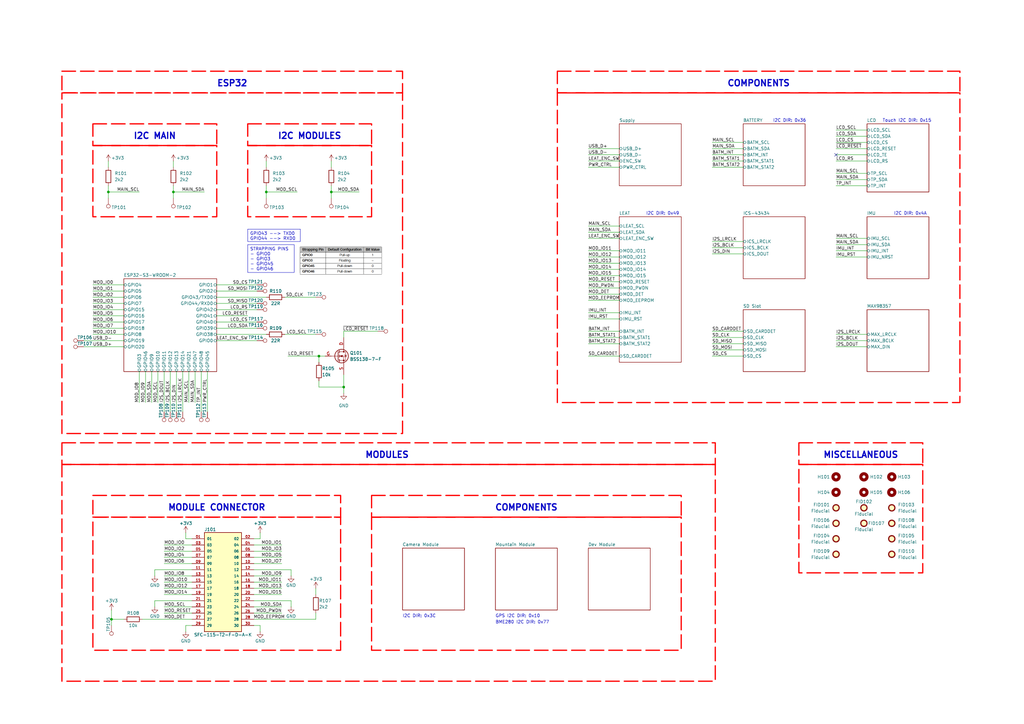
<source format=kicad_sch>
(kicad_sch (version 20231120) (generator "eeschema") (generator_version "8.0")
  (paper "A3")
  (title_block (title "Block Diagram") (date "2024-04-09") (company "MQuero"))
  (lib_symbols
    (symbol "Connector:TestPoint" (pin_numbers hide) (pin_names (offset 0.762) hide)
      (property "Reference" "TP" (at 0 6.858 0))
      (property "Value" "TestPoint" (at 0 5.08 0))
      (symbol "TestPoint_0_1"
        (circle (center 0 3.302) (radius 0.762))
      )
      (symbol "TestPoint_1_1"
        (pin passive line (at 0 0 90) (length 2.54) (name "1") (number "1"))
      )
    )
    (symbol "Device:R" (pin_numbers hide) (pin_names (offset 0))
      (property "Reference" "R" (at 2.032 0 90))
      (property "Value" "R" (at 0 0 90))
      (symbol "R_0_1"
        (rectangle (start -1.016 -2.54) (end 1.016 2.54) (stroke (width 0.254)))
      )
      (symbol "R_1_1"
        (pin passive line (at 0 3.81 270) (length 1.27) (name "~") (number "1"))
        (pin passive line (at 0 -3.81 90) (length 1.27) (name "~") (number "2"))
      )
    )
    (symbol "Mechanical:Fiducial" (exclude_from_sim yes) (in_bom no)
      (property "Reference" "FID" (at 0 5.08 0))
      (property "Value" "Fiducial" (at 0 3.175 0))
      (symbol "Fiducial_0_1"
        (circle (center 0 0) (radius 1.27) (stroke (width 0.508)) (fill (type background)))
      )
    )
    (symbol "Mechanical:MountingHole" (pin_names (offset 1.016)) (exclude_from_sim yes) (in_bom no)
      (property "Reference" "H" (at 0 5.08 0))
      (property "Value" "MountingHole" (at 0 3.175 0))
      (symbol "MountingHole_0_1"
        (circle (center 0 0) (radius 1.27) (stroke (width 1.27)))
      )
    )
    (symbol "TFG:BSS138-7-F" (pin_names hide)
      (property "Reference" "Q" (at 3.81 1.27 0))
      (property "Value" "BSS138-7-F" (at 3.81 -1.27 0))
      (symbol "BSS138-7-F_0_1"
        (polyline (pts (xy 1.27 2.54) (xy 1.27 1.905)))
      )
      (symbol "BSS138-7-F_1_1"
        (polyline (pts (xy -3.81 0) (xy -1.016 0)))
        (polyline (pts (xy -1.016 1.905) (xy -1.016 -1.905)) (stroke (width 0.254)))
        (polyline (pts (xy -0.508 -1.27) (xy -0.508 -2.286)) (stroke (width 0.254)))
        (polyline (pts (xy -0.508 0.508) (xy -0.508 -0.508)) (stroke (width 0.254)))
        (polyline (pts (xy -0.508 2.286) (xy -0.508 1.27)) (stroke (width 0.254)))
        (polyline (pts (xy 1.27 -2.54) (xy 1.27 0) (xy -0.508 0)))
        (polyline (pts (xy -0.508 -1.778) (xy 2.032 -1.778) (xy 2.032 1.778) (xy -0.508 1.778)))
        (polyline (pts (xy -0.254 0) (xy 0.762 0.381) (xy 0.762 -0.381) (xy -0.254 0)) (fill (type outline)))
        (polyline (pts (xy 1.524 0.508) (xy 1.651 0.381) (xy 2.413 0.381) (xy 2.54 0.254)))
        (polyline (pts (xy 2.032 0.381) (xy 1.651 -0.254) (xy 2.413 -0.254) (xy 2.032 0.381)))
        (circle (center 0.381 0) (radius 2.794) (stroke (width 0.254)))
        (circle (center 1.27 -1.778) (radius 0.254) (fill (type outline)))
        (circle (center 1.27 1.778) (radius 0.254) (fill (type outline)))
        (pin unspecified line (at 1.27 7.62 270) (length 5.08) (name "~") (number "D"))
        (pin unspecified line (at -6.35 0 0) (length 2.54) (name "~") (number "G"))
        (pin unspecified line (at 1.27 -7.62 90) (length 5.08) (name "~") (number "S"))
      )
    )
    (symbol "TFG:SFC-115-T2-F-D-A-K" (pin_names (offset 1.016))
      (property "Reference" "J" (at 0 1.27 0))
      (property "Value" "SFC-115-T2-F-D-A-K" (at 0 -41.91 0))
      (symbol "SFC-115-T2-F-D-A-K_0_0"
        (rectangle (start 0 0) (end 15.24 -40.64) (stroke (width 0.254)) (fill (type background)))
        (pin unspecified line (at -5.08 -2.54 0) (length 5.08) (name "01") (number "01"))
        (pin unspecified line (at 20.32 -2.54 180) (length 5.08) (name "02") (number "02"))
        (pin unspecified line (at -5.08 -5.08 0) (length 5.08) (name "03") (number "03"))
        (pin unspecified line (at 20.32 -5.08 180) (length 5.08) (name "04") (number "04"))
        (pin unspecified line (at -5.08 -7.62 0) (length 5.08) (name "05") (number "05"))
        (pin unspecified line (at 20.32 -7.62 180) (length 5.08) (name "06") (number "06"))
        (pin unspecified line (at -5.08 -10.16 0) (length 5.08) (name "07") (number "07"))
        (pin unspecified line (at 20.32 -10.16 180) (length 5.08) (name "08") (number "08"))
        (pin unspecified line (at -5.08 -12.7 0) (length 5.08) (name "09") (number "09"))
        (pin unspecified line (at 20.32 -12.7 180) (length 5.08) (name "10") (number "10"))
        (pin unspecified line (at -5.08 -15.24 0) (length 5.08) (name "11") (number "11"))
        (pin unspecified line (at 20.32 -15.24 180) (length 5.08) (name "12") (number "12"))
        (pin unspecified line (at -5.08 -17.78 0) (length 5.08) (name "13") (number "13"))
        (pin unspecified line (at 20.32 -17.78 180) (length 5.08) (name "14") (number "14"))
        (pin unspecified line (at -5.08 -20.32 0) (length 5.08) (name "15") (number "15"))
        (pin unspecified line (at 20.32 -20.32 180) (length 5.08) (name "16") (number "16"))
        (pin unspecified line (at -5.08 -22.86 0) (length 5.08) (name "17") (number "17"))
        (pin unspecified line (at 20.32 -22.86 180) (length 5.08) (name "18") (number "18"))
        (pin unspecified line (at -5.08 -25.4 0) (length 5.08) (name "19") (number "19"))
        (pin unspecified line (at 20.32 -25.4 180) (length 5.08) (name "20") (number "20"))
        (pin unspecified line (at -5.08 -27.94 0) (length 5.08) (name "21") (number "21"))
        (pin unspecified line (at 20.32 -27.94 180) (length 5.08) (name "22") (number "22"))
        (pin unspecified line (at -5.08 -30.48 0) (length 5.08) (name "23") (number "23"))
        (pin unspecified line (at 20.32 -30.48 180) (length 5.08) (name "24") (number "24"))
        (pin unspecified line (at -5.08 -33.02 0) (length 5.08) (name "25") (number "25"))
        (pin unspecified line (at 20.32 -33.02 180) (length 5.08) (name "26") (number "26"))
        (pin unspecified line (at -5.08 -35.56 0) (length 5.08) (name "27") (number "27"))
        (pin unspecified line (at 20.32 -35.56 180) (length 5.08) (name "28") (number "28"))
        (pin unspecified line (at -5.08 -38.1 0) (length 5.08) (name "29") (number "29"))
        (pin unspecified line (at 20.32 -38.1 180) (length 5.08) (name "30") (number "30"))
      )
    )
    (symbol "power:+3V3" (power) (pin_numbers hide) (pin_names (offset 0) hide)
      (property "Value" "+3V3" (at 0 3.556 0))
      (symbol "+3V3_0_1"
        (polyline (pts (xy -0.762 1.27) (xy 0 2.54)))
        (polyline (pts (xy 0 0) (xy 0 2.54)))
        (polyline (pts (xy 0 2.54) (xy 0.762 1.27)))
      )
      (symbol "+3V3_1_1"
        (pin power_in line (at 0 0 90) (length 0) (name "~") (number "1"))
      )
    )
    (symbol "power:GND" (power) (pin_numbers hide) (pin_names (offset 0) hide)
      (property "Value" "GND" (at 0 -3.81 0))
      (symbol "GND_0_1"
        (polyline (pts (xy 0 0) (xy 0 -1.27) (xy 1.27 -1.27) (xy 0 -2.54) (xy -1.27 -1.27) (xy 0 -1.27)))
      )
      (symbol "GND_1_1"
        (pin power_in line (at 0 0 270) (length 0) (name "~") (number "1"))
      )
    )
  )
  (junction (at 135.89 78.74))
  (junction (at 44.45 78.74))
  (junction (at 71.12 78.74))
  (junction (at 140.97 158.75))
  (junction (at 45.72 254))
  (junction (at 109.22 78.74))
  (junction (at 130.81 146.05))
  (no_connect (at 342.9 63.5))
  (wire (pts (xy 88.9 139.7) (xy 105.41 139.7)))
  (wire (pts (xy 59.69 152.4) (xy 59.69 165.1)))
  (wire (pts (xy 104.14 231.14) (xy 115.57 231.14)))
  (wire (pts (xy 67.31 152.4) (xy 67.31 168.91)))
  (wire (pts (xy 45.72 250.19) (xy 45.72 254)))
  (wire (pts (xy 50.8 132.08) (xy 38.1 132.08)))
  (wire (pts (xy 80.01 152.4) (xy 80.01 165.1)))
  (wire (pts (xy 241.3 130.81) (xy 254 130.81)))
  (wire (pts (xy 76.2 220.98) (xy 78.74 220.98)))
  (wire (pts (xy 130.81 158.75) (xy 140.97 158.75)))
  (wire (pts (xy 88.9 121.92) (xy 109.22 121.92)))
  (wire (pts (xy 109.22 76.2) (xy 109.22 78.74)))
  (wire (pts (xy 241.3 107.95) (xy 254 107.95)))
  (wire (pts (xy 44.45 66.04) (xy 44.45 68.58)))
  (wire (pts (xy 140.97 161.29) (xy 140.97 158.75)))
  (wire (pts (xy 34.29 142.24) (xy 50.8 142.24)))
  (wire (pts (xy 74.93 152.4) (xy 74.93 168.91)))
  (wire (pts (xy 71.12 81.28) (xy 71.12 78.74)))
  (wire (pts (xy 78.74 241.3) (xy 67.31 241.3)))
  (wire (pts (xy 104.14 246.38) (xy 119.38 246.38)))
  (wire (pts (xy 292.1 146.05) (xy 304.8 146.05)))
  (wire (pts (xy 88.9 127) (xy 105.41 127)))
  (wire (pts (xy 241.3 95.25) (xy 254 95.25)))
  (wire (pts (xy 241.3 146.05) (xy 254 146.05)))
  (wire (pts (xy 76.2 218.44) (xy 76.2 220.98)))
  (wire (pts (xy 63.5 233.68) (xy 63.5 236.22)))
  (wire (pts (xy 88.9 116.84) (xy 105.41 116.84)))
  (wire (pts (xy 140.97 138.43) (xy 140.97 135.89)))
  (wire (pts (xy 241.3 92.71) (xy 254 92.71)))
  (wire (pts (xy 342.9 66.04) (xy 355.6 66.04)))
  (wire (pts (xy 130.81 146.05) (xy 130.81 148.59)))
  (wire (pts (xy 88.9 132.08) (xy 105.41 132.08)))
  (wire (pts (xy 50.8 119.38) (xy 38.1 119.38)))
  (wire (pts (xy 292.1 104.14) (xy 304.8 104.14)))
  (wire (pts (xy 241.3 63.5) (xy 254 63.5)))
  (wire (pts (xy 45.72 254) (xy 45.72 256.54)))
  (wire (pts (xy 116.84 121.92) (xy 129.54 121.92)))
  (wire (pts (xy 88.9 119.38) (xy 105.41 119.38)))
  (wire (pts (xy 76.2 256.54) (xy 76.2 259.08)))
  (wire (pts (xy 44.45 81.28) (xy 44.45 78.74)))
  (wire (pts (xy 342.9 137.16) (xy 355.6 137.16)))
  (wire (pts (xy 241.3 105.41) (xy 254 105.41)))
  (wire (pts (xy 78.74 236.22) (xy 67.31 236.22)))
  (wire (pts (xy 78.74 243.84) (xy 67.31 243.84)))
  (wire (pts (xy 116.84 137.16) (xy 129.54 137.16)))
  (wire (pts (xy 129.54 254) (xy 129.54 251.46)))
  (wire (pts (xy 50.8 137.16) (xy 38.1 137.16)))
  (wire (pts (xy 342.9 105.41) (xy 355.6 105.41)))
  (wire (pts (xy 44.45 76.2) (xy 44.45 78.74)))
  (wire (pts (xy 82.55 152.4) (xy 82.55 168.91)))
  (wire (pts (xy 241.3 68.58) (xy 254 68.58)))
  (wire (pts (xy 241.3 102.87) (xy 254 102.87)))
  (wire (pts (xy 78.74 228.6) (xy 67.31 228.6)))
  (wire (pts (xy 292.1 138.43) (xy 304.8 138.43)))
  (wire (pts (xy 342.9 55.88) (xy 355.6 55.88)))
  (wire (pts (xy 71.12 66.04) (xy 71.12 68.58)))
  (wire (pts (xy 88.9 134.62) (xy 105.41 134.62)))
  (wire (pts (xy 119.38 233.68) (xy 119.38 236.22)))
  (wire (pts (xy 292.1 143.51) (xy 304.8 143.51)))
  (wire (pts (xy 292.1 66.04) (xy 304.8 66.04)))
  (wire (pts (xy 88.9 137.16) (xy 109.22 137.16)))
  (wire (pts (xy 342.9 58.42) (xy 355.6 58.42)))
  (wire (pts (xy 292.1 101.6) (xy 304.8 101.6)))
  (wire (pts (xy 64.77 152.4) (xy 64.77 165.1)))
  (wire (pts (xy 342.9 102.87) (xy 355.6 102.87)))
  (wire (pts (xy 129.54 241.3) (xy 129.54 243.84)))
  (wire (pts (xy 342.9 142.24) (xy 355.6 142.24)))
  (wire (pts (xy 106.68 218.44) (xy 106.68 220.98)))
  (wire (pts (xy 292.1 60.96) (xy 304.8 60.96)))
  (wire (pts (xy 104.14 228.6) (xy 115.57 228.6)))
  (wire (pts (xy 69.85 152.4) (xy 69.85 168.91)))
  (wire (pts (xy 342.9 97.79) (xy 355.6 97.79)))
  (wire (pts (xy 78.74 233.68) (xy 63.5 233.68)))
  (wire (pts (xy 104.14 236.22) (xy 115.57 236.22)))
  (wire (pts (xy 50.8 116.84) (xy 38.1 116.84)))
  (wire (pts (xy 342.9 60.96) (xy 355.6 60.96)))
  (wire (pts (xy 78.74 238.76) (xy 67.31 238.76)))
  (wire (pts (xy 109.22 78.74) (xy 121.92 78.74)))
  (wire (pts (xy 135.89 78.74) (xy 135.89 76.2)))
  (wire (pts (xy 130.81 146.05) (xy 133.35 146.05)))
  (wire (pts (xy 88.9 129.54) (xy 101.6 129.54)))
  (wire (pts (xy 50.8 124.46) (xy 38.1 124.46)))
  (wire (pts (xy 241.3 135.89) (xy 254 135.89)))
  (wire (pts (xy 241.3 110.49) (xy 254 110.49)))
  (wire (pts (xy 241.3 66.04) (xy 254 66.04)))
  (wire (pts (xy 292.1 135.89) (xy 304.8 135.89)))
  (wire (pts (xy 254 115.57) (xy 241.3 115.57)))
  (wire (pts (xy 342.9 139.7) (xy 355.6 139.7)))
  (wire (pts (xy 241.3 140.97) (xy 254 140.97)))
  (wire (pts (xy 342.9 71.12) (xy 355.6 71.12)))
  (wire (pts (xy 254 118.11) (xy 241.3 118.11)))
  (wire (pts (xy 63.5 246.38) (xy 63.5 248.92)))
  (wire (pts (xy 109.22 81.28) (xy 109.22 78.74)))
  (wire (pts (xy 34.29 139.7) (xy 50.8 139.7)))
  (wire (pts (xy 292.1 99.06) (xy 304.8 99.06)))
  (wire (pts (xy 71.12 76.2) (xy 71.12 78.74)))
  (wire (pts (xy 88.9 124.46) (xy 105.41 124.46)))
  (wire (pts (xy 118.11 146.05) (xy 130.81 146.05)))
  (wire (pts (xy 342.9 63.5) (xy 355.6 63.5)))
  (wire (pts (xy 241.3 113.03) (xy 254 113.03)))
  (wire (pts (xy 292.1 140.97) (xy 304.8 140.97)))
  (wire (pts (xy 44.45 78.74) (xy 57.15 78.74)))
  (wire (pts (xy 50.8 127) (xy 38.1 127)))
  (wire (pts (xy 135.89 81.28) (xy 135.89 78.74)))
  (wire (pts (xy 78.74 248.92) (xy 67.31 248.92)))
  (wire (pts (xy 106.68 256.54) (xy 106.68 259.08)))
  (wire (pts (xy 292.1 58.42) (xy 304.8 58.42)))
  (wire (pts (xy 78.74 223.52) (xy 67.31 223.52)))
  (wire (pts (xy 241.3 138.43) (xy 254 138.43)))
  (wire (pts (xy 50.8 254) (xy 45.72 254)))
  (wire (pts (xy 104.14 233.68) (xy 119.38 233.68)))
  (wire (pts (xy 50.8 134.62) (xy 38.1 134.62)))
  (wire (pts (xy 62.23 152.4) (xy 62.23 165.1)))
  (wire (pts (xy 292.1 68.58) (xy 304.8 68.58)))
  (wire (pts (xy 57.15 152.4) (xy 57.15 165.1)))
  (wire (pts (xy 135.89 78.74) (xy 147.32 78.74)))
  (wire (pts (xy 58.42 254) (xy 78.74 254)))
  (wire (pts (xy 109.22 66.04) (xy 109.22 68.58)))
  (wire (pts (xy 85.09 152.4) (xy 85.09 168.91)))
  (wire (pts (xy 342.9 76.2) (xy 355.6 76.2)))
  (wire (pts (xy 342.9 53.34) (xy 355.6 53.34)))
  (wire (pts (xy 104.14 254) (xy 129.54 254)))
  (wire (pts (xy 292.1 63.5) (xy 304.8 63.5)))
  (wire (pts (xy 342.9 100.33) (xy 355.6 100.33)))
  (wire (pts (xy 78.74 226.06) (xy 67.31 226.06)))
  (wire (pts (xy 119.38 246.38) (xy 119.38 248.92)))
  (wire (pts (xy 241.3 60.96) (xy 254 60.96)))
  (wire (pts (xy 241.3 97.79) (xy 254 97.79)))
  (wire (pts (xy 241.3 123.19) (xy 254 123.19)))
  (wire (pts (xy 104.14 241.3) (xy 115.57 241.3)))
  (wire (pts (xy 50.8 129.54) (xy 38.1 129.54)))
  (wire (pts (xy 241.3 120.65) (xy 254 120.65)))
  (wire (pts (xy 72.39 152.4) (xy 72.39 168.91)))
  (wire (pts (xy 104.14 223.52) (xy 115.57 223.52)))
  (wire (pts (xy 135.89 66.04) (xy 135.89 68.58)))
  (wire (pts (xy 78.74 246.38) (xy 63.5 246.38)))
  (wire (pts (xy 104.14 243.84) (xy 115.57 243.84)))
  (wire (pts (xy 77.47 152.4) (xy 77.47 165.1)))
  (wire (pts (xy 104.14 248.92) (xy 115.57 248.92)))
  (wire (pts (xy 104.14 226.06) (xy 115.57 226.06)))
  (wire (pts (xy 76.2 256.54) (xy 78.74 256.54)))
  (wire (pts (xy 78.74 231.14) (xy 67.31 231.14)))
  (wire (pts (xy 106.68 256.54) (xy 104.14 256.54)))
  (wire (pts (xy 104.14 238.76) (xy 115.57 238.76)))
  (wire (pts (xy 115.57 251.46) (xy 104.14 251.46)))
  (wire (pts (xy 140.97 153.67) (xy 140.97 158.75)))
  (wire (pts (xy 241.3 128.27) (xy 254 128.27)))
  (wire (pts (xy 71.12 78.74) (xy 83.82 78.74)))
  (wire (pts (xy 130.81 156.21) (xy 130.81 158.75)))
  (wire (pts (xy 140.97 135.89) (xy 154.94 135.89)))
  (wire (pts (xy 50.8 121.92) (xy 38.1 121.92)))
  (wire (pts (xy 342.9 73.66) (xy 355.6 73.66)))
  (wire (pts (xy 67.31 251.46) (xy 78.74 251.46)))
  (wire (pts (xy 106.68 220.98) (xy 104.14 220.98)))
  (rectangle (start 25.4 38.1) (end 165.1 177.8) (stroke (width 0.508) (type dash) (color 255 0 0 1)))
  (rectangle (start 228.6 38.1) (end 393.7 165.1) (stroke (width 0.508) (type dash) (color 255 0 0 1)))
  (rectangle (start 152.4 203.2) (end 279.4 212.09) (stroke (width 0.508) (type dash) (color 255 0 0 1)))
  (rectangle (start 25.4 190.5) (end 293.37 279.4) (stroke (width 0.508) (type dash) (color 255 0 0 1)))
  (rectangle (start 25.4 181.61) (end 293.37 190.5) (stroke (width 0.508) (type dash) (color 255 0 0 1)))
  (rectangle (start 38.1 203.2) (end 139.7 212.09) (stroke (width 0.508) (type dash) (color 255 0 0 1)))
  (rectangle (start 101.6 59.69) (end 152.4 88.9) (stroke (width 0.508) (type dash) (color 255 0 0 1)))
  (rectangle (start 327.66 190.5) (end 378.46 234.95) (stroke (width 0.508) (type dash) (color 255 0 0 1)))
  (rectangle (start 38.1 212.09) (end 139.7 266.7) (stroke (width 0.508) (type dash) (color 255 0 0 1)))
  (rectangle (start 101.6 50.8) (end 152.4 59.69) (stroke (width 0.508) (type dash) (color 255 0 0 1)))
  (rectangle (start 152.4 212.09) (end 279.4 266.7) (stroke (width 0.508) (type dash) (color 255 0 0 1)))
  (rectangle (start 38.1 50.8) (end 88.9 59.69) (stroke (width 0.508) (type dash) (color 255 0 0 1)))
  (rectangle (start 25.4 29.21) (end 165.1 38.1) (stroke (width 0.508) (type dash) (color 255 0 0 1)))
  (rectangle (start 327.66 181.61) (end 378.46 190.5) (stroke (width 0.508) (type dash) (color 255 0 0 1)))
  (rectangle (start 38.1 59.69) (end 88.9 88.9) (stroke (width 0.508) (type dash) (color 255 0 0 1)))
  (rectangle (start 228.6 29.21) (end 393.7 38.1) (stroke (width 0.508) (type dash) (color 255 0 0 1)))
  (image (at 139.7 106.68) (scale 0.375442))
  (text_box "GPIO43 --> TXD0\nGPIO44 --> RXD0" (at 101.6 93.98 0) (size 21.59 5.08) (effects (font (size 1.27 1.27)) (justify left top)))
  (text_box "STRAPPING PINS\n- GPIO0\n- GPIO3\n- GPIO45\n- GPIO46" (at 101.6 100.33 0) (size 19.05 11.43) (effects (font (size 1.27 1.27)) (justify left top)))
  (text "I2C DIR: 0x3C" (at 165.1 252.73 0) (effects (font (size 1.27 1.27)) (justify left)))
  (text "MISCELLANEOUS" (at 353.06 186.69 0) (effects (font (size 2.54 2.54) (thickness 0.508) (bold yes))))
  (text "COMPONENTS" (at 311.15 34.29 0) (effects (font (size 2.54 2.54) (thickness 0.508) (bold yes))))
  (text "MODULE CONNECTOR" (at 88.9 208.28 0) (effects (font (size 2.54 2.54) (thickness 0.508) (bold yes))))
  (text "I2C MODULES" (at 127 55.88 0) (effects (font (size 2.54 2.54) (thickness 0.508) (bold yes))))
  (text "I2C DIR: 0x49" (at 271.78 87.63 0) (effects (font (size 1.27 1.27))))
  (text "ESP32" (at 95.25 34.29 0) (effects (font (size 2.54 2.54) (thickness 0.508) (bold yes))))
  (text "I2C DIR: 0x4A" (at 373.38 87.63 0) (effects (font (size 1.27 1.27))))
  (text "MODULES" (at 158.75 186.69 0) (effects (font (size 2.54 2.54) (thickness 0.508) (bold yes))))
  (text "Touch I2C DIR: 0x15" (at 361.95 49.53 0) (effects (font (size 1.27 1.27)) (justify left)))
  (text "COMPONENTS" (at 215.9 208.28 0) (effects (font (size 2.54 2.54) (thickness 0.508) (bold yes))))
  (text "GPS I2C DIR: 0x10" (at 203.2 252.73 0) (effects (font (size 1.27 1.27)) (justify left)))
  (text "I2C DIR: 0x36" (at 323.85 49.53 0) (effects (font (size 1.27 1.27))))
  (text "I2C MAIN" (at 63.5 55.88 0) (effects (font (size 2.54 2.54) (thickness 0.508) (bold yes))))
  (text "BME280 I2C DIR: 0x77" (at 203.2 255.27 0) (effects (font (size 1.27 1.27)) (justify left)))
  (label "MOD_IO12" (at 241.3 105.41 0))
  (label "MOD_IO4" (at 67.31 228.6 0))
  (label "LEAT_ENC_SW" (at 241.3 97.79 0))
  (label "MAIN_SCL" (at 292.1 58.42 0))
  (label "BATM_STAT2" (at 241.3 140.97 0))
  (label "MOD_IO0" (at 38.1 116.84 0))
  (label "MOD_IO13" (at 241.3 107.95 0))
  (label "IMU_RST" (at 342.9 105.41 0))
  (label "USB_D+" (at 38.1 142.24 0))
  (label "MOD_SDA" (at 147.32 78.74 180))
  (label "MAIN_SDA" (at 292.1 60.96 0))
  (label "MOD_IO14" (at 241.3 110.49 0))
  (label "SD_CS" (at 292.1 146.05 0))
  (label "MAIN_SDA" (at 83.82 78.74 180))
  (label "BATM_INT" (at 241.3 135.89 0))
  (label "LEAT_ENC_SW" (at 101.6 139.7 180))
  (label "MOD_IO10" (at 38.1 137.16 0))
  (label "MAIN_SCL" (at 57.15 78.74 180))
  (label "MOD_IO3" (at 38.1 124.46 0))
  (label "MOD_IO12" (at 67.31 241.3 0))
  (label "MAIN_SDA" (at 342.9 100.33 0))
  (label "USB_D-" (at 241.3 63.5 0))
  (label "MOD_IO11" (at 115.57 238.76 180))
  (label "I2S_BCLK" (at 69.85 165.1 90))
  (label "MOD_RESET" (at 67.31 251.46 0))
  (label "MOD_DET" (at 67.31 254 0))
  (label "SD_CLK" (at 124.46 121.92 180))
  (label "MOD_IO6" (at 38.1 132.08 0))
  (label "MOD_IO1" (at 115.57 223.52 180))
  (label "LCD_CS" (at 101.6 132.08 180))
  (label "I2S_BCLK" (at 292.1 101.6 0))
  (label "I2S_DOUT" (at 67.31 165.1 90))
  (label "~{LCD_RESET}" (at 151.13 135.89 180))
  (label "MOD_IO5" (at 115.57 228.6 180))
  (label "MOD_IO13" (at 115.57 241.3 180))
  (label "MAIN_SCL" (at 77.47 165.1 90))
  (label "BATM_STAT1" (at 241.3 138.43 0))
  (label "MOD_IO9" (at 115.57 236.22 180))
  (label "LCD_SDA" (at 342.9 55.88 0))
  (label "SD_CARDDET" (at 292.1 135.89 0))
  (label "MOD_SCL" (at 64.77 165.1 90))
  (label "MOD_IO7" (at 115.57 231.14 180))
  (label "MOD_IO7" (at 38.1 134.62 0))
  (label "BATM_STAT2" (at 292.1 68.58 0))
  (label "MOD_IO4" (at 38.1 127 0))
  (label "MOD_RESET" (at 241.3 115.57 0))
  (label "MOD_IO15" (at 241.3 113.03 0))
  (label "SD_CS" (at 101.6 116.84 180))
  (label "MAIN_SCL" (at 241.3 92.71 0))
  (label "LCD_RESET" (at 118.11 146.05 0))
  (label "LCD_RS" (at 342.9 66.04 0))
  (label "MOD_IO8" (at 57.15 165.1 90))
  (label "MOD_IO15" (at 115.57 243.84 180))
  (label "MOD_IO9" (at 59.69 165.1 90))
  (label "MOD_IO14" (at 67.31 243.84 0))
  (label "MOD_SDA" (at 62.23 165.1 90))
  (label "MAIN_SCL" (at 342.9 97.79 0))
  (label "MOD_IO11" (at 241.3 102.87 0))
  (label "USB_D-" (at 38.1 139.7 0))
  (label "MOD_IO3" (at 115.57 226.06 180))
  (label "I2S_BCLK" (at 342.9 139.7 0))
  (label "MOD_IO6" (at 67.31 231.14 0))
  (label "SD_MOSI" (at 292.1 143.51 0))
  (label "LCD_SCL" (at 342.9 53.34 0))
  (label "I2S_LRCLK" (at 342.9 137.16 0))
  (label "SD_MISO" (at 292.1 140.97 0))
  (label "LCD_CS" (at 342.9 58.42 0))
  (label "IMU_INT" (at 342.9 102.87 0))
  (label "SD_CARDDET" (at 241.3 146.05 0))
  (label "LCD_RESET" (at 101.6 129.54 180))
  (label "MOD_IO0" (at 67.31 223.52 0))
  (label "MOD_IO10" (at 67.31 238.76 0))
  (label "MOD_EEPROM" (at 116.84 254 180))
  (label "IMU_RST" (at 241.3 130.81 0))
  (label "SD_MISO" (at 101.6 124.46 180))
  (label "MOD_DET" (at 241.3 120.65 0))
  (label "MAIN_SDA" (at 241.3 95.25 0))
  (label "MOD_SDA" (at 115.57 248.92 180))
  (label "LEAT_ENC_SW" (at 241.3 66.04 0))
  (label "BATM_INT" (at 292.1 63.5 0))
  (label "TP_INT" (at 82.55 165.1 90))
  (label "PWR_CTRL" (at 241.3 68.58 0))
  (label "I2S_DOUT" (at 342.9 142.24 0))
  (label "PWR_CTRL" (at 85.09 165.1 90))
  (label "BATM_STAT1" (at 292.1 66.04 0))
  (label "~{LCD_RESET}" (at 342.9 60.96 0))
  (label "IMU_INT" (at 241.3 128.27 0))
  (label "MOD_PWDN" (at 115.57 251.46 180))
  (label "I2S_DIN" (at 72.39 165.1 90))
  (label "LCD_SDA" (at 101.6 134.62 180))
  (label "TP_INT" (at 342.9 76.2 0))
  (label "MOD_IO2" (at 67.31 226.06 0))
  (label "LCD_SCL" (at 125.73 137.16 180))
  (label "MOD_IO1" (at 38.1 119.38 0))
  (label "I2S_LRCLK" (at 292.1 99.06 0))
  (label "SD_MOSI" (at 101.6 119.38 180))
  (label "MOD_SCL" (at 67.31 248.92 0))
  (label "I2S_LRCLK" (at 74.93 165.1 90))
  (label "MAIN_SDA" (at 80.01 165.1 90))
  (label "LCD_RS" (at 101.6 127 180))
  (label "I2S_DIN" (at 292.1 104.14 0))
  (label "SD_CLK" (at 292.1 138.43 0))
  (label "MOD_PWDN" (at 241.3 118.11 0))
  (label "MOD_IO2" (at 38.1 121.92 0))
  (label "USB_D+" (at 241.3 60.96 0))
  (label "MOD_SCL" (at 121.92 78.74 180))
  (label "MOD_EEPROM" (at 241.3 123.19 0))
  (label "MOD_IO5" (at 38.1 129.54 0))
  (label "MAIN_SDA" (at 342.9 73.66 0))
  (label "MAIN_SCL" (at 342.9 71.12 0))
  (label "MOD_IO8" (at 67.31 236.22 0))
  (symbol (lib_id "Mechanical:MountingHole") (at 365.76 201.93 0) (unit 1) (exclude_from_sim yes) (in_bom no)
    (property "Reference" "H106" (at 370.84 201.93 0))
    (property "Value" "MountingHole" (effects (hide yes)))
    (property "Footprint" "MountingHole:MountingHole_2.2mm_M2" (effects (hide yes)))
    (property "Description" "Mounting Hole without connection" (effects (hide yes)))
  )
  (symbol (lib_id "power:GND") (at 106.68 259.08 0) (mirror y) (unit 1)
    (property "Reference" "#PWR0117" (effects (hide yes)))
    (property "Value" "GND" (at 106.68 262.89 0))
    (property "Description" "Power symbol creates a global label with name \"GND\" , ground" (effects (hide yes)))
  )
  (symbol (lib_id "power:+3V3") (at 106.68 218.44 0) (unit 1)
    (property "Reference" "#PWR0109" (effects (hide yes)))
    (property "Value" "+3V3" (at 106.68 214.63 0))
    (property "Description" "Power symbol creates a global label with name \"+3V3\"" (effects (hide yes)))
  )
  (symbol (lib_id "Mechanical:MountingHole") (at 342.9 201.93 0) (mirror y) (unit 1) (exclude_from_sim yes) (in_bom no)
    (property "Reference" "H104" (at 337.82 201.93 0))
    (property "Value" "MountingHole" (effects (hide yes)))
    (property "Footprint" "MountingHole:MountingHole_2.2mm_M2" (effects (hide yes)))
    (property "Description" "Mounting Hole without connection" (effects (hide yes)))
  )
  (symbol (lib_id "Device:R") (at 129.54 247.65 0) (unit 1)
    (property "Reference" "R107" (at 130.81 246.38 0) (effects (justify left)))
    (property "Value" "2k2" (at 130.81 248.92 0) (effects (justify left)))
    (property "Footprint" "Resistor_SMD:R_0402_1005Metric" (effects (hide yes)))
    (property "Description" "Resistor" (effects (hide yes)))
  )
  (symbol (lib_id "power:GND") (at 63.5 248.92 0) (unit 1)
    (property "Reference" "#PWR0113" (effects (hide yes)))
    (property "Value" "GND" (at 63.5 252.73 0))
    (property "Description" "Power symbol creates a global label with name \"GND\" , ground" (effects (hide yes)))
  )
  (symbol (lib_id "power:+3V3") (at 44.45 66.04 0) (unit 1)
    (property "Reference" "#PWR0101" (effects (hide yes)))
    (property "Value" "+3V3" (at 48.26 64.77 0))
    (property "Description" "Power symbol creates a global label with name \"+3V3\"" (effects (hide yes)))
  )
  (symbol (lib_id "Connector:TestPoint") (at 105.41 124.46 270) (mirror x) (unit 1)
    (property "Reference" "TP120" (at 107.95 123.19 90) (effects (justify right)))
    (property "Value" "TestPoint" (effects (hide yes)))
    (property "Footprint" "TestPoint:TestPoint_Pad_D1.0mm" (effects (hide yes)))
    (property "Description" "test point" (effects (hide yes)))
  )
  (symbol (lib_id "Connector:TestPoint") (at 85.09 168.91 180) (unit 1)
    (property "Reference" "TP113" (at 83.82 171.45 90) (effects (justify right)))
    (property "Value" "TestPoint" (effects (hide yes)))
    (property "Footprint" "TestPoint:TestPoint_Pad_D1.0mm" (effects (hide yes)))
    (property "Description" "test point" (effects (hide yes)))
  )
  (symbol (lib_id "Connector:TestPoint") (at 105.41 132.08 270) (mirror x) (unit 1)
    (property "Reference" "TP117" (at 107.95 130.81 90) (effects (justify right)))
    (property "Value" "TestPoint" (effects (hide yes)))
    (property "Footprint" "TestPoint:TestPoint_Pad_D1.0mm" (effects (hide yes)))
    (property "Description" "test point" (effects (hide yes)))
  )
  (symbol (lib_id "Connector:TestPoint") (at 105.41 139.7 270) (mirror x) (unit 1)
    (property "Reference" "TP114" (at 107.95 138.43 90) (effects (justify right)))
    (property "Value" "TestPoint" (effects (hide yes)))
    (property "Footprint" "TestPoint:TestPoint_Pad_D1.0mm" (effects (hide yes)))
    (property "Description" "test point" (effects (hide yes)))
  )
  (symbol (lib_id "Mechanical:Fiducial") (at 342.9 227.33 0) (unit 1) (exclude_from_sim yes) (in_bom no)
    (property "Reference" "FID109" (at 340.36 226.0599 0) (effects (justify right)))
    (property "Value" "Fiducial" (at 340.36 228.5999 0) (effects (justify right)))
    (property "Footprint" "Fiducial:Fiducial_1mm_Mask2mm" (effects (hide yes)))
    (property "Description" "Fiducial Marker" (effects (hide yes)))
  )
  (symbol (lib_id "Mechanical:Fiducial") (at 365.76 214.63 0) (mirror y) (unit 1) (exclude_from_sim yes) (in_bom no)
    (property "Reference" "FID108" (at 368.3 213.3599 0) (effects (justify right)))
    (property "Value" "Fiducial" (at 368.3 215.8999 0) (effects (justify right)))
    (property "Footprint" "Fiducial:Fiducial_1mm_Mask2mm" (effects (hide yes)))
    (property "Description" "Fiducial Marker" (effects (hide yes)))
  )
  (symbol (lib_id "Device:R") (at 113.03 137.16 270) (unit 1)
    (property "Reference" "R109" (at 110.49 134.62 90) (effects (justify left)))
    (property "Value" "22R" (at 113.03 139.7 90))
    (property "Footprint" "Resistor_SMD:R_0402_1005Metric" (effects (hide yes)))
    (property "Description" "Resistor" (effects (hide yes)))
  )
  (symbol (lib_id "Device:R") (at 109.22 72.39 0) (mirror y) (unit 1)
    (property "Reference" "R103" (at 111.76 71.1199 0) (effects (justify right)))
    (property "Value" "2k2" (at 111.76 73.6599 0) (effects (justify right)))
    (property "Footprint" "Resistor_SMD:R_0402_1005Metric" (effects (hide yes)))
    (property "Description" "Resistor" (effects (hide yes)))
  )
  (symbol (lib_id "power:GND") (at 63.5 236.22 0) (unit 1)
    (property "Reference" "#PWR0110" (effects (hide yes)))
    (property "Value" "GND" (at 63.5 240.03 0))
    (property "Description" "Power symbol creates a global label with name \"GND\" , ground" (effects (hide yes)))
  )
  (symbol (lib_id "Connector:TestPoint") (at 109.22 81.28 0) (mirror x) (unit 1)
    (property "Reference" "TP103" (at 110.49 85.09 0) (effects (justify left)))
    (property "Value" "TestPoint" (effects (hide yes)))
    (property "Footprint" "TestPoint:TestPoint_Pad_D1.0mm" (effects (hide yes)))
    (property "Description" "test point" (effects (hide yes)))
  )
  (symbol (lib_id "Connector:TestPoint") (at 72.39 168.91 180) (unit 1)
    (property "Reference" "TP110" (at 71.12 171.45 90) (effects (justify right)))
    (property "Value" "TestPoint" (effects (hide yes)))
    (property "Footprint" "TestPoint:TestPoint_Pad_D1.0mm" (effects (hide yes)))
    (property "Description" "test point" (effects (hide yes)))
  )
  (symbol (lib_id "Connector:TestPoint") (at 71.12 81.28 0) (mirror x) (unit 1)
    (property "Reference" "TP102" (at 72.39 85.09 0) (effects (justify left)))
    (property "Value" "TestPoint" (effects (hide yes)))
    (property "Footprint" "TestPoint:TestPoint_Pad_D1.0mm" (effects (hide yes)))
    (property "Description" "test point" (effects (hide yes)))
  )
  (symbol (lib_id "Connector:TestPoint") (at 44.45 81.28 0) (mirror x) (unit 1)
    (property "Reference" "TP101" (at 45.72 85.09 0) (effects (justify left)))
    (property "Value" "TestPoint" (effects (hide yes)))
    (property "Footprint" "TestPoint:TestPoint_Pad_D1.0mm" (effects (hide yes)))
    (property "Description" "test point" (effects (hide yes)))
  )
  (symbol (lib_id "Device:R") (at 54.61 254 90) (mirror x) (unit 1)
    (property "Reference" "R108" (at 54.61 251.46 90))
    (property "Value" "10k" (at 54.61 256.54 90))
    (property "Footprint" "Resistor_SMD:R_0402_1005Metric" (effects (hide yes)))
    (property "Description" "Resistor" (effects (hide yes)))
  )
  (symbol (lib_id "Mechanical:Fiducial") (at 365.76 227.33 0) (mirror y) (unit 1) (exclude_from_sim yes) (in_bom no)
    (property "Reference" "FID110" (at 368.3 226.0599 0) (effects (justify right)))
    (property "Value" "Fiducial" (at 368.3 228.5999 0) (effects (justify right)))
    (property "Footprint" "Fiducial:Fiducial_1mm_Mask2mm" (effects (hide yes)))
    (property "Description" "Fiducial Marker" (effects (hide yes)))
  )
  (symbol (lib_id "Device:R") (at 135.89 72.39 0) (mirror y) (unit 1)
    (property "Reference" "R104" (at 138.43 71.1199 0) (effects (justify right)))
    (property "Value" "2k2" (at 138.43 73.6599 0) (effects (justify right)))
    (property "Footprint" "Resistor_SMD:R_0402_1005Metric" (effects (hide yes)))
    (property "Description" "Resistor" (effects (hide yes)))
  )
  (symbol (lib_id "Mechanical:MountingHole") (at 365.76 195.58 0) (mirror y) (unit 1) (exclude_from_sim yes) (in_bom no)
    (property "Reference" "H103" (at 370.84 195.58 0))
    (property "Value" "MountingHole" (effects (hide yes)))
    (property "Footprint" "MountingHole:MountingHole_2.2mm_M2" (effects (hide yes)))
    (property "Description" "Mounting Hole without connection" (effects (hide yes)))
  )
  (symbol (lib_id "power:+3V3") (at 76.2 218.44 0) (unit 1)
    (property "Reference" "#PWR0108" (effects (hide yes)))
    (property "Value" "+3V3" (at 76.2 214.63 0))
    (property "Description" "Power symbol creates a global label with name \"+3V3\"" (effects (hide yes)))
  )
  (symbol (lib_id "Device:R") (at 113.03 121.92 270) (unit 1)
    (property "Reference" "R110" (at 110.49 119.38 90) (effects (justify left)))
    (property "Value" "22R" (at 113.03 124.46 90))
    (property "Footprint" "Resistor_SMD:R_0402_1005Metric" (effects (hide yes)))
    (property "Description" "Resistor" (effects (hide yes)))
  )
  (symbol (lib_id "Connector:TestPoint") (at 34.29 139.7 90) (unit 1)
    (property "Reference" "TP106" (at 31.75 138.43 90) (effects (justify right)))
    (property "Value" "TestPoint" (effects (hide yes)))
    (property "Footprint" "TestPoint:TestPoint_Pad_D1.0mm" (effects (hide yes)))
    (property "Description" "test point" (effects (hide yes)))
  )
  (symbol (lib_id "Connector:TestPoint") (at 45.72 256.54 180) (unit 1)
    (property "Reference" "TP105" (at 44.45 259.08 90) (effects (justify right)))
    (property "Value" "TestPoint" (effects (hide yes)))
    (property "Footprint" "TestPoint:TestPoint_Pad_D1.0mm" (effects (hide yes)))
    (property "Description" "test point" (effects (hide yes)))
  )
  (symbol (lib_id "Connector:TestPoint") (at 67.31 168.91 180) (unit 1)
    (property "Reference" "TP108" (at 66.04 171.45 90) (effects (justify right)))
    (property "Value" "TestPoint" (effects (hide yes)))
    (property "Footprint" "TestPoint:TestPoint_Pad_D1.0mm" (effects (hide yes)))
    (property "Description" "test point" (effects (hide yes)))
  )
  (symbol (lib_id "Connector:TestPoint") (at 135.89 81.28 0) (mirror x) (unit 1)
    (property "Reference" "TP104" (at 137.16 85.09 0) (effects (justify left)))
    (property "Value" "TestPoint" (effects (hide yes)))
    (property "Footprint" "TestPoint:TestPoint_Pad_D1.0mm" (effects (hide yes)))
    (property "Description" "test point" (effects (hide yes)))
  )
  (symbol (lib_id "Mechanical:Fiducial") (at 342.9 220.98 0) (unit 1) (exclude_from_sim yes) (in_bom no)
    (property "Reference" "FID104" (at 340.36 219.7099 0) (effects (justify right)))
    (property "Value" "Fiducial" (at 340.36 222.2499 0) (effects (justify right)))
    (property "Footprint" "Fiducial:Fiducial_1mm_Mask2mm" (effects (hide yes)))
    (property "Description" "Fiducial Marker" (effects (hide yes)))
  )
  (symbol (lib_id "Mechanical:Fiducial") (at 354.33 208.28 0) (mirror y) (unit 1) (exclude_from_sim yes) (in_bom no)
    (property "Reference" "FID102" (at 354.33 205.74 0))
    (property "Value" "Fiducial" (at 354.33 210.82 0))
    (property "Footprint" "Fiducial:Fiducial_1mm_Mask2mm" (effects (hide yes)))
    (property "Description" "Fiducial Marker" (effects (hide yes)))
  )
  (symbol (lib_id "Device:R") (at 71.12 72.39 0) (mirror y) (unit 1)
    (property "Reference" "R102" (at 73.66 71.1199 0) (effects (justify right)))
    (property "Value" "2k2" (at 73.66 73.6599 0) (effects (justify right)))
    (property "Footprint" "Resistor_SMD:R_0402_1005Metric" (effects (hide yes)))
    (property "Description" "Resistor" (effects (hide yes)))
  )
  (symbol (lib_id "Connector:TestPoint") (at 105.41 119.38 270) (mirror x) (unit 1)
    (property "Reference" "TP122" (at 107.95 118.11 90) (effects (justify right)))
    (property "Value" "TestPoint" (effects (hide yes)))
    (property "Footprint" "TestPoint:TestPoint_Pad_D1.0mm" (effects (hide yes)))
    (property "Description" "test point" (effects (hide yes)))
  )
  (symbol (lib_id "Device:R") (at 130.81 152.4 0) (unit 1)
    (property "Reference" "R105" (at 132.08 151.13 0) (effects (justify left)))
    (property "Value" "10k" (at 132.08 153.67 0) (effects (justify left)))
    (property "Footprint" "Resistor_SMD:R_0402_1005Metric" (effects (hide yes)))
    (property "Description" "Resistor" (effects (hide yes)))
  )
  (symbol (lib_id "Connector:TestPoint") (at 129.54 121.92 270) (mirror x) (unit 1)
    (property "Reference" "TP123" (at 132.08 120.65 90) (effects (justify right)))
    (property "Value" "TestPoint" (effects (hide yes)))
    (property "Footprint" "TestPoint:TestPoint_Pad_D1.0mm" (effects (hide yes)))
    (property "Description" "test point" (effects (hide yes)))
  )
  (symbol (lib_id "Connector:TestPoint") (at 82.55 168.91 180) (unit 1)
    (property "Reference" "TP112" (at 81.28 171.45 90) (effects (justify right)))
    (property "Value" "TestPoint" (effects (hide yes)))
    (property "Footprint" "TestPoint:TestPoint_Pad_D1.0mm" (effects (hide yes)))
    (property "Description" "test point" (effects (hide yes)))
  )
  (symbol (lib_id "power:+3V3") (at 135.89 66.04 0) (unit 1)
    (property "Reference" "#PWR0104" (effects (hide yes)))
    (property "Value" "+3V3" (at 139.7 64.77 0))
    (property "Description" "Power symbol creates a global label with name \"+3V3\"" (effects (hide yes)))
  )
  (symbol (lib_id "power:GND") (at 76.2 259.08 0) (unit 1)
    (property "Reference" "#PWR0116" (effects (hide yes)))
    (property "Value" "GND" (at 76.2 262.89 0))
    (property "Description" "Power symbol creates a global label with name \"GND\" , ground" (effects (hide yes)))
  )
  (symbol (lib_id "Connector:TestPoint") (at 69.85 168.91 180) (unit 1)
    (property "Reference" "TP109" (at 68.58 171.45 90) (effects (justify right)))
    (property "Value" "TestPoint" (effects (hide yes)))
    (property "Footprint" "TestPoint:TestPoint_Pad_D1.0mm" (effects (hide yes)))
    (property "Description" "test point" (effects (hide yes)))
  )
  (symbol (lib_id "Mechanical:Fiducial") (at 342.9 214.63 0) (unit 1) (exclude_from_sim yes) (in_bom no)
    (property "Reference" "FID106" (at 340.36 213.3599 0) (effects (justify right)))
    (property "Value" "Fiducial" (at 340.36 215.8999 0) (effects (justify right)))
    (property "Footprint" "Fiducial:Fiducial_1mm_Mask2mm" (effects (hide yes)))
    (property "Description" "Fiducial Marker" (effects (hide yes)))
  )
  (symbol (lib_id "power:+3V3") (at 71.12 66.04 0) (unit 1)
    (property "Reference" "#PWR0102" (effects (hide yes)))
    (property "Value" "+3V3" (at 74.93 64.77 0))
    (property "Description" "Power symbol creates a global label with name \"+3V3\"" (effects (hide yes)))
  )
  (symbol (lib_id "Mechanical:MountingHole") (at 354.33 195.58 0) (unit 1) (exclude_from_sim yes) (in_bom no)
    (property "Reference" "H102" (at 359.41 195.58 0))
    (property "Value" "MountingHole" (effects (hide yes)))
    (property "Footprint" "MountingHole:MountingHole_2.2mm_M2" (effects (hide yes)))
    (property "Description" "Mounting Hole without connection" (effects (hide yes)))
  )
  (symbol (lib_id "power:+3V3") (at 109.22 66.04 0) (unit 1)
    (property "Reference" "#PWR0103" (effects (hide yes)))
    (property "Value" "+3V3" (at 113.03 64.77 0))
    (property "Description" "Power symbol creates a global label with name \"+3V3\"" (effects (hide yes)))
  )
  (symbol (lib_id "Connector:TestPoint") (at 129.54 137.16 270) (mirror x) (unit 1)
    (property "Reference" "TP115" (at 132.08 135.89 90) (effects (justify right)))
    (property "Value" "TestPoint" (effects (hide yes)))
    (property "Footprint" "TestPoint:TestPoint_Pad_D1.0mm" (effects (hide yes)))
    (property "Description" "test point" (effects (hide yes)))
  )
  (symbol (lib_id "Mechanical:MountingHole") (at 342.9 195.58 0) (unit 1) (exclude_from_sim yes) (in_bom no)
    (property "Reference" "H101" (at 337.82 195.58 0))
    (property "Value" "MountingHole" (effects (hide yes)))
    (property "Footprint" "MountingHole:MountingHole_2.2mm_M2" (effects (hide yes)))
    (property "Description" "Mounting Hole without connection" (effects (hide yes)))
  )
  (symbol (lib_id "Connector:TestPoint") (at 74.93 168.91 180) (unit 1)
    (property "Reference" "TP111" (at 73.66 171.45 90) (effects (justify right)))
    (property "Value" "TestPoint" (effects (hide yes)))
    (property "Footprint" "TestPoint:TestPoint_Pad_D1.0mm" (effects (hide yes)))
    (property "Description" "test point" (effects (hide yes)))
  )
  (symbol (lib_id "Device:R") (at 44.45 72.39 0) (mirror y) (unit 1)
    (property "Reference" "R101" (at 46.99 71.1199 0) (effects (justify right)))
    (property "Value" "2k2" (at 46.99 73.6599 0) (effects (justify right)))
    (property "Footprint" "Resistor_SMD:R_0402_1005Metric" (effects (hide yes)))
    (property "Description" "Resistor" (effects (hide yes)))
  )
  (symbol (lib_id "Mechanical:Fiducial") (at 342.9 208.28 0) (unit 1) (exclude_from_sim yes) (in_bom no)
    (property "Reference" "FID101" (at 340.36 207.0099 0) (effects (justify right)))
    (property "Value" "Fiducial" (at 340.36 209.5499 0) (effects (justify right)))
    (property "Footprint" "Fiducial:Fiducial_1mm_Mask2mm" (effects (hide yes)))
    (property "Description" "Fiducial Marker" (effects (hide yes)))
  )
  (symbol (lib_id "power:+3V3") (at 129.54 241.3 0) (unit 1)
    (property "Reference" "#PWR0112" (effects (hide yes)))
    (property "Value" "+3V3" (at 129.54 237.49 0))
    (property "Description" "Power symbol creates a global label with name \"+3V3\"" (effects (hide yes)))
  )
  (symbol (lib_id "Connector:TestPoint") (at 105.41 127 270) (mirror x) (unit 1)
    (property "Reference" "TP119" (at 107.95 125.73 90) (effects (justify right)))
    (property "Value" "TestPoint" (effects (hide yes)))
    (property "Footprint" "TestPoint:TestPoint_Pad_D1.0mm" (effects (hide yes)))
    (property "Description" "test point" (effects (hide yes)))
  )
  (symbol (lib_id "power:+3V3") (at 45.72 250.19 0) (unit 1)
    (property "Reference" "#PWR0115" (effects (hide yes)))
    (property "Value" "+3V3" (at 45.72 246.38 0))
    (property "Description" "Power symbol creates a global label with name \"+3V3\"" (effects (hide yes)))
  )
  (symbol (lib_id "TFG:SFC-115-T2-F-D-A-K") (at 83.82 218.44 0) (unit 1)
    (property "Reference" "J101" (at 83.82 217.17 0) (effects (justify left)))
    (property "Value" "SFC-115-T2-F-D-A-K" (at 91.44 260.35 0))
    (property "Footprint" "TFG:SFC-115-T2-F-D-A" (effects (hide yes)))
    (property "Datasheet" "https://mm.digikey.com/Volume0/opasdata/d220001/medias/docus/6129/sfc-1xx-xx-xx-d-xx-mkt.pdf" (effects (hide yes)))
    (property "Description" "CONN RCPT 30POS 0.05 GOLD SMD" (effects (hide yes)))
    (property "MQ PN" "TFGJ006" (effects (hide yes)))
  )
  (symbol (lib_id "TFG:BSS138-7-F") (at 139.7 146.05 0) (unit 1)
    (property "Reference" "Q101" (at 143.51 144.78 0) (effects (justify left)))
    (property "Value" "BSS138-7-F" (at 143.51 147.32 0) (effects (justify left)))
    (property "Footprint" "TFG:BSS138-7-F" (effects (hide yes)))
    (property "Datasheet" "https://www.diodes.com/assets/Datasheets/BSS138.pdf" (effects (hide yes)))
    (property "Description" "MOSFET N-CH 50V 200MA SOT23-3 " (effects (hide yes)))
    (property "MQ PN" "TFGQ004" (effects (hide yes)))
  )
  (symbol (lib_id "Mechanical:MountingHole") (at 354.33 201.93 0) (mirror y) (unit 1) (exclude_from_sim yes) (in_bom no)
    (property "Reference" "H105" (at 359.41 201.93 0))
    (property "Value" "MountingHole" (effects (hide yes)))
    (property "Footprint" "MountingHole:MountingHole_2.2mm_M2" (effects (hide yes)))
    (property "Description" "Mounting Hole without connection" (effects (hide yes)))
  )
  (symbol (lib_id "Mechanical:Fiducial") (at 365.76 208.28 0) (mirror y) (unit 1) (exclude_from_sim yes) (in_bom no)
    (property "Reference" "FID103" (at 368.3 207.0099 0) (effects (justify right)))
    (property "Value" "Fiducial" (at 368.3 209.5499 0) (effects (justify right)))
    (property "Footprint" "Fiducial:Fiducial_1mm_Mask2mm" (effects (hide yes)))
    (property "Description" "Fiducial Marker" (effects (hide yes)))
  )
  (symbol (lib_id "power:GND") (at 119.38 236.22 0) (mirror y) (unit 1)
    (property "Reference" "#PWR0111" (effects (hide yes)))
    (property "Value" "GND" (at 119.38 240.03 0))
    (property "Description" "Power symbol creates a global label with name \"GND\" , ground" (effects (hide yes)))
  )
  (symbol (lib_id "Connector:TestPoint") (at 105.41 116.84 270) (mirror x) (unit 1)
    (property "Reference" "TP121" (at 107.95 115.57 90) (effects (justify right)))
    (property "Value" "TestPoint" (effects (hide yes)))
    (property "Footprint" "TestPoint:TestPoint_Pad_D1.0mm" (effects (hide yes)))
    (property "Description" "test point" (effects (hide yes)))
  )
  (symbol (lib_id "Mechanical:Fiducial") (at 365.76 220.98 0) (mirror y) (unit 1) (exclude_from_sim yes) (in_bom no)
    (property "Reference" "FID105" (at 368.3 219.7099 0) (effects (justify right)))
    (property "Value" "Fiducial" (at 368.3 222.2499 0) (effects (justify right)))
    (property "Footprint" "Fiducial:Fiducial_1mm_Mask2mm" (effects (hide yes)))
    (property "Description" "Fiducial Marker" (effects (hide yes)))
  )
  (symbol (lib_id "Connector:TestPoint") (at 105.41 134.62 270) (mirror x) (unit 1)
    (property "Reference" "TP116" (at 107.95 133.35 90) (effects (justify right)))
    (property "Value" "TestPoint" (effects (hide yes)))
    (property "Footprint" "TestPoint:TestPoint_Pad_D1.0mm" (effects (hide yes)))
    (property "Description" "test point" (effects (hide yes)))
  )
  (symbol (lib_id "Connector:TestPoint") (at 154.94 135.89 270) (mirror x) (unit 1)
    (property "Reference" "TP118" (at 157.48 134.62 90) (effects (justify right)))
    (property "Value" "TestPoint" (effects (hide yes)))
    (property "Footprint" "TestPoint:TestPoint_Pad_D1.0mm" (effects (hide yes)))
    (property "Description" "test point" (effects (hide yes)))
  )
  (symbol (lib_id "power:GND") (at 119.38 248.92 0) (mirror y) (unit 1)
    (property "Reference" "#PWR0114" (effects (hide yes)))
    (property "Value" "GND" (at 119.38 252.73 0))
    (property "Description" "Power symbol creates a global label with name \"GND\" , ground" (effects (hide yes)))
  )
  (symbol (lib_id "power:GND") (at 140.97 161.29 0) (unit 1)
    (property "Reference" "#PWR0105" (effects (hide yes)))
    (property "Value" "GND" (at 140.97 166.37 0))
    (property "Description" "Power symbol creates a global label with name \"GND\" , ground" (effects (hide yes)))
  )
  (symbol (lib_id "Mechanical:Fiducial") (at 354.33 214.63 0) (mirror y) (unit 1) (exclude_from_sim yes) (in_bom no)
    (property "Reference" "FID107" (at 359.41 214.63 0))
    (property "Value" "Fiducial" (at 354.33 217.17 0))
    (property "Footprint" "Fiducial:Fiducial_1mm_Mask2mm" (effects (hide yes)))
    (property "Description" "Fiducial Marker" (effects (hide yes)))
  )
  (symbol (lib_id "Connector:TestPoint") (at 34.29 142.24 90) (unit 1)
    (property "Reference" "TP107" (at 31.75 140.97 90) (effects (justify right)))
    (property "Value" "TestPoint" (effects (hide yes)))
    (property "Footprint" "TestPoint:TestPoint_Pad_D1.0mm" (effects (hide yes)))
    (property "Description" "test point" (effects (hide yes)))
  )
  (sheet (at 355.6 127) (size 25.4 25.4) (stroke (width 0.1524))
    (property "Sheetname" "MAX98357" (at 355.6 126.2884 0) (effects (justify left bottom)))
    (property "Sheetfile" "MAX98357.kicad_sch" (effects (hide yes)))
    (pin "MAX_LRCLK" bidirectional (at 355.6 137.16 180))
    (pin "MAX_BCLK" bidirectional (at 355.6 139.7 180))
    (pin "MAX_DIN" bidirectional (at 355.6 142.24 180))
  )
  (sheet (at 254 50.8) (size 25.4 25.4) (stroke (width 0.1524))
    (property "Sheetname" "Supply" (at 254 50.0884 0) (effects (justify left bottom)))
    (property "Sheetfile" "Supply.kicad_sch" (effects (hide yes)))
    (pin "USB_D+" bidirectional (at 254 60.96 180))
    (pin "USB_D-" bidirectional (at 254 63.5 180))
    (pin "ENC_SW" bidirectional (at 254 66.04 180))
    (pin "PWR_CTRL" bidirectional (at 254 68.58 180))
  )
  (sheet (at 355.6 50.8) (size 25.4 27.94) (stroke (width 0.1524))
    (property "Sheetname" "LCD" (at 355.6 50.0884 0) (effects (justify left bottom)))
    (property "Sheetfile" "LCD.kicad_sch" (effects (hide yes)))
    (pin "LCD_RS" bidirectional (at 355.6 66.04 180))
    (pin "LCD_TE" bidirectional (at 355.6 63.5 180))
    (pin "LCD_RESET" bidirectional (at 355.6 60.96 180))
    (pin "LCD_CS" bidirectional (at 355.6 58.42 180))
    (pin "LCD_SDA" bidirectional (at 355.6 55.88 180))
    (pin "LCD_SCL" bidirectional (at 355.6 53.34 180))
    (pin "TP_SCL" bidirectional (at 355.6 71.12 180))
    (pin "TP_INT" bidirectional (at 355.6 76.2 180))
    (pin "TP_SDA" bidirectional (at 355.6 73.66 180))
  )
  (sheet (at 165.1 224.79) (size 25.4 25.4) (stroke (width 0.1524))
    (property "Sheetname" "Camera Module" (at 165.1 224.0784 0) (effects (justify left bottom)))
    (property "Sheetfile" "Camera_Module.kicad_sch" (effects (hide yes)))
  )
  (sheet (at 355.6 88.9) (size 25.4 25.4) (stroke (width 0.1524))
    (property "Sheetname" "IMU" (at 355.6 88.1884 0) (effects (justify left bottom)))
    (property "Sheetfile" "IMU.kicad_sch" (effects (hide yes)))
    (pin "IMU_NRST" bidirectional (at 355.6 105.41 180))
    (pin "IMU_SDA" bidirectional (at 355.6 100.33 180))
    (pin "IMU_SCL" bidirectional (at 355.6 97.79 180))
    (pin "IMU_INT" bidirectional (at 355.6 102.87 180))
  )
  (sheet (at 50.8 114.3) (size 38.1 38.1) (stroke (width 0.1524))
    (property "Sheetname" "ESP32-S3-WROOM-2" (at 50.8 113.5884 0) (effects (justify left bottom)))
    (property "Sheetfile" "ESP32-S3-WROOM-2.kicad_sch" (effects (hide yes)))
    (pin "GPIO0" bidirectional (at 88.9 139.7 0))
    (pin "GPIO1" bidirectional (at 88.9 116.84 0))
    (pin "GPIO2" bidirectional (at 88.9 119.38 0))
    (pin "GPIO3" bidirectional (at 57.15 152.4 270))
    (pin "GPIO5" bidirectional (at 50.8 119.38 180))
    (pin "GPIO4" bidirectional (at 50.8 116.84 180))
    (pin "GPIO6" bidirectional (at 50.8 121.92 180))
    (pin "GPIO10" bidirectional (at 64.77 152.4 270))
    (pin "GPIO9" bidirectional (at 62.23 152.4 270))
    (pin "GPIO7" bidirectional (at 50.8 124.46 180))
    (pin "GPIO8" bidirectional (at 50.8 137.16 180))
    (pin "GPIO46" bidirectional (at 59.69 152.4 270))
    (pin "GPIO45" bidirectional (at 85.09 152.4 270))
    (pin "GPIO47" bidirectional (at 80.01 152.4 270))
    (pin "GPIO48" bidirectional (at 82.55 152.4 270))
    (pin "GPIO39" bidirectional (at 88.9 134.62 0))
    (pin "GPIO40" bidirectional (at 88.9 132.08 0))
    (pin "GPIO42" bidirectional (at 88.9 127 0))
    (pin "GPIO41" bidirectional (at 88.9 129.54 0))
    (pin "GPIO38" bidirectional (at 88.9 137.16 0))
    (pin "GPIO13" bidirectional (at 72.39 152.4 270))
    (pin "GPIO12" bidirectional (at 69.85 152.4 270))
    (pin "GPIO11" bidirectional (at 67.31 152.4 270))
    (pin "GPIO14" bidirectional (at 74.93 152.4 270))
    (pin "GPIO15" bidirectional (at 50.8 127 180))
    (pin "GPIO16" bidirectional (at 50.8 129.54 180))
    (pin "GPIO17" bidirectional (at 50.8 132.08 180))
    (pin "GPIO21" bidirectional (at 77.47 152.4 270))
    (pin "GPIO19" bidirectional (at 50.8 139.7 180))
    (pin "GPIO20" bidirectional (at 50.8 142.24 180))
    (pin "GPIO18" bidirectional (at 50.8 134.62 180))
    (pin "GPIO43{slash}TXD0" bidirectional (at 88.9 121.92 0))
    (pin "GPIO44{slash}RXD0" bidirectional (at 88.9 124.46 0))
  )
  (sheet (at 304.8 88.9) (size 25.4 25.4) (stroke (width 0.1524))
    (property "Sheetname" "ICS-43434" (at 304.8 88.1884 0) (effects (justify left bottom)))
    (property "Sheetfile" "ICS-43434.kicad_sch" (effects (hide yes)))
    (pin "ICS_BCLK" bidirectional (at 304.8 101.6 180))
    (pin "ICS_LRCLK" bidirectional (at 304.8 99.06 180))
    (pin "ICS_DOUT" bidirectional (at 304.8 104.14 180))
  )
  (sheet (at 304.8 127) (size 25.4 25.4) (stroke (width 0.1524))
    (property "Sheetname" "SD Slot" (at 304.8 126.2884 0) (effects (justify left bottom)))
    (property "Sheetfile" "SDslot.kicad_sch" (effects (hide yes)))
    (pin "SD_CARDDET" bidirectional (at 304.8 135.89 180))
    (pin "SD_MISO" bidirectional (at 304.8 140.97 180))
    (pin "SD_CLK" bidirectional (at 304.8 138.43 180))
    (pin "SD_MOSI" bidirectional (at 304.8 143.51 180))
    (pin "SD_CS" bidirectional (at 304.8 146.05 180))
  )
  (sheet (at 304.8 50.8) (size 25.4 25.4) (stroke (width 0.1524))
    (property "Sheetname" "BATTERY" (at 304.8 50.0884 0) (effects (justify left bottom)))
    (property "Sheetfile" "BATT.kicad_sch" (effects (hide yes)))
    (pin "BATM_SCL" bidirectional (at 304.8 58.42 180))
    (pin "BATM_SDA" bidirectional (at 304.8 60.96 180))
    (pin "BATM_INT" bidirectional (at 304.8 63.5 180))
    (pin "BATM_STAT1" bidirectional (at 304.8 66.04 180))
    (pin "BATM_STAT2" bidirectional (at 304.8 68.58 180))
  )
  (sheet (at 254 88.9) (size 25.4 59.69) (stroke (width 0.1524))
    (property "Sheetname" "LEAT" (at 254 88.1884 0) (effects (justify left bottom)))
    (property "Sheetfile" "LEAT.kicad_sch" (effects (hide yes)))
    (pin "LEAT_SCL" bidirectional (at 254 92.71 180))
    (pin "LEAT_SDA" bidirectional (at 254 95.25 180))
    (pin "LEAT_ENC_SW" bidirectional (at 254 97.79 180))
    (pin "MOD_EEPROM" bidirectional (at 254 123.19 180))
    (pin "SD_CARDDET" bidirectional (at 254 146.05 180))
    (pin "MOD_PWDN" bidirectional (at 254 118.11 180))
    (pin "MOD_RESET" bidirectional (at 254 115.57 180))
    (pin "MOD_DET" bidirectional (at 254 120.65 180))
    (pin "BATM_INT" bidirectional (at 254 135.89 180))
    (pin "IMU_RST" bidirectional (at 254 130.81 180))
    (pin "IMU_INT" bidirectional (at 254 128.27 180))
    (pin "BATM_STAT2" bidirectional (at 254 140.97 180))
    (pin "BATM_STAT1" bidirectional (at 254 138.43 180))
    (pin "MOD_IO11" bidirectional (at 254 102.87 180))
    (pin "MOD_IO14" bidirectional (at 254 110.49 180))
    (pin "MOD_IO12" bidirectional (at 254 105.41 180))
    (pin "MOD_IO13" bidirectional (at 254 107.95 180))
    (pin "MOD_IO15" bidirectional (at 254 113.03 180))
  )
  (sheet (at 203.2 224.79) (size 25.4 25.4) (stroke (width 0.1524))
    (property "Sheetname" "Mountain Module" (at 203.2 224.0784 0) (effects (justify left bottom)))
    (property "Sheetfile" "Mountain_Module.kicad_sch" (effects (hide yes)))
  )
  (sheet (at 241.3 224.79) (size 25.4 25.4) (stroke (width 0.1524))
    (property "Sheetname" "Dev Module" (at 241.3 224.0784 0) (effects (justify left bottom)))
    (property "Sheetfile" "DevModule.kicad_sch" (effects (hide yes)))
  )
)
</source>
